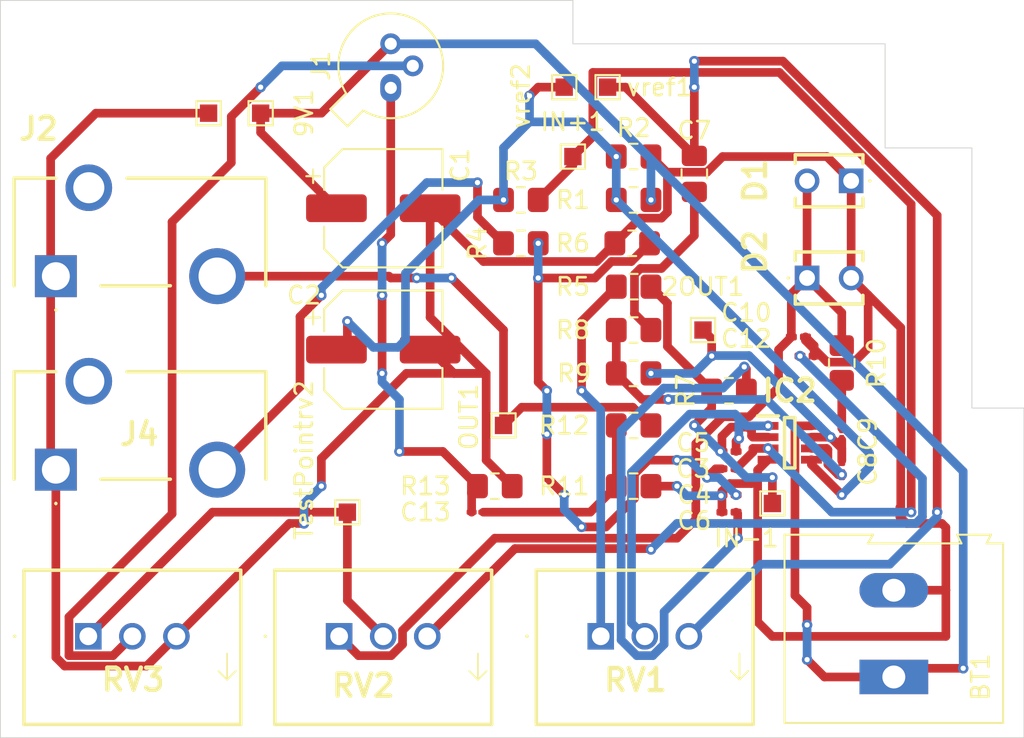
<source format=kicad_pcb>
(kicad_pcb (version 20240108) (generator "pcbnew") (generator_version "8.0")
  (layers (0 "F.Cu" signal) (31 "B.Cu" signal) (34 "B.Paste" user) (35 "F.Paste" user) (36 "B.SilkS" user "B.Silkscreen") (37 "F.SilkS" user "F.Silkscreen") (38 "B.Mask" user) (39 "F.Mask" user) (44 "Edge.Cuts" user))
  (net 0 "")
  (net 1 "Net-(IC2-2OUT)")
  (net 2 "9v")
  (net 3 "Earth")
  (net 4 "vref")
  (net 5 "Net-(C3-Pad1)")
  (net 6 "Net-(IC2-1IN+)")
  (net 7 "Net-(IC2-1IN-)")
  (net 8 "Net-(IC2-1OUT)")
  (net 9 "Net-(C6-Pad1)")
  (net 10 "Net-(C7-Pad2)")
  (net 11 "Net-(C7-Pad1)")
  (net 12 "Net-(IC2-2IN-)")
  (net 13 "Net-(C9-Pad2)")
  (net 14 "/out1")
  (net 15 "Net-(C12-Pad1)")
  (net 16 "Net-(J1-E)")
  (net 17 "Net-(C13-Pad2)")
  (net 18 "Net-(J1-B)")
  (net 20 "Net-(J2-TIP)")
  (net 21 "Net-(J4-TIP)")
  (net 23 "Net-(R5-Pad2)")
  (net 24 "Net-(RV2-Pad2)")
  (footprint "Capacitor_SMD:C_0201_0603Metric_Pad0.64x0.40mm_HandSolder" (layer "F.Cu") (at 181 91 180)
    (property "Reference" "C6" (at 2 -0.5 360) (layer "F.SilkS"))
    (property "Value" "47n" (hide yes))
    (pad "1" smd roundrect (at -0.4075 0 180) (size 0.635 0.4) (layers "F.Cu" "F.Mask") (net 9 "Net-(C6-Pad1)"))
    (pad "2" smd roundrect (at 0.4075 0 180) (size 0.635 0.4) (layers "F.Cu" "F.Mask") (net 3 "Earth"))
  )
  (footprint "Capacitor_SMD:CP_Elec_6.3x5.8" (layer "F.Cu") (at 161.07 73.479)
    (property "Reference" "C1" (at 4.43 -2.479 90) (layer "F.SilkS"))
    (property "Value" "47uF")
    (pad "1" smd roundrect (at -2.7 0) (size 3.5 1.6) (layers "F.Cu" "F.Paste" "F.Mask") (roundrect_rratio 0.15625) (net 2 "9v"))
    (pad "2" smd roundrect (at 2.7 0) (size 3.5 1.6) (layers "F.Cu" "F.Paste" "F.Mask") (roundrect_rratio 0.15625) (net 3 "Earth"))
  )
  (footprint "Resistor_SMD:R_0805_2012Metric_Pad1.20x1.40mm_HandSolder" (layer "F.Cu") (at 175.5 70.5)
    (property "Reference" "R2" (at 0 -1.65 360) (layer "F.SilkS"))
    (property "Value" "10k" (hide yes))
    (pad "1" smd roundrect (at -1 0) (size 1.2 1.4) (layers "F.Cu" "F.Paste" "F.Mask") (roundrect_rratio 0.208333) (net 4 "vref"))
    (pad "2" smd roundrect (at 1 0) (size 1.2 1.4) (layers "F.Cu" "F.Paste" "F.Mask") (roundrect_rratio 0.208333) (net 3 "Earth"))
  )
  (footprint "Capacitor_SMD:CP_Elec_6.3x5.8" (layer "F.Cu") (at 161.07 81.629)
    (property "Reference" "C2" (at -4.57 -3.129 360) (layer "F.SilkS"))
    (property "Value" "47uF")
    (pad "1" smd roundrect (at -2.7 0) (size 3.5 1.6) (layers "F.Cu" "F.Paste" "F.Mask") (roundrect_rratio 0.15625) (net 4 "vref"))
    (pad "2" smd roundrect (at 2.7 0) (size 3.5 1.6) (layers "F.Cu" "F.Paste" "F.Mask") (roundrect_rratio 0.15625) (net 3 "Earth"))
  )
  (footprint "TestPoint:TestPoint_Pad_1.0x1.0mm" (layer "F.Cu") (at 171.5 66.5)
    (property "Reference" "vref2" (at -2.5 0.5 90) (layer "F.SilkS"))
    (property "Value" "MountingHole_Pad" (hide yes))
    (pad "1" smd rect (at 0 0) (size 1 1) (layers "F.Cu" "F.Mask") (net 4 "vref"))
  )
  (footprint "TerminalBlock:TerminalBlock_Altech_AK300-2_P5.00mm" (layer "F.Cu") (at 190.5 100.5 90)
    (property "Reference" "BT1" (at 0 5 90) (layer "F.SilkS"))
    (property "Value" "9.6V")
    (pad "1" thru_hole rect (at 0 0 90) (size 1.98 3.96) (drill 1.32) (layers "*.Cu" "*.Mask") (net 2 "9v"))
    (pad "2" thru_hole oval (at 5 0 90) (size 1.98 3.96) (drill 1.32) (layers "*.Cu" "*.Mask") (net 3 "Earth"))
  )
  (footprint "Library:51CADE24E20L-SMALL" (layer "F.Cu") (at 144.065 98.155 -90)
    (property "Reference" "RV3" (at 2.5 -2.58 360) (layer "F.SilkS") (effects (font (size 1.27 1.27) (thickness 0.254))))
    (property "Value" "100k" (hide yes))
    (pad "1" thru_hole rect (at 0 0 270) (size 1.53 1.53) (drill 1.02) (layers "*.Cu" "*.Mask") (net 24 "Net-(RV2-Pad2)"))
    (pad "2" thru_hole circle (at 0 -2.54 270) (size 1.53 1.53) (drill 1.02) (layers "*.Cu" "*.Mask") (net 18 "Net-(J1-B)"))
    (pad "3" thru_hole circle (at 0 -5.08 270) (size 1.53 1.53) (drill 1.02) (layers "*.Cu" "*.Mask") (net 3 "Earth"))
  )
  (footprint "Resistor_SMD:R_0805_2012Metric_Pad1.20x1.40mm_HandSolder" (layer "F.Cu") (at 175.5 86 180)
    (property "Reference" "R12" (at 4 0 360) (layer "F.SilkS"))
    (property "Value" "220" (hide yes))
    (pad "1" smd roundrect (at -1 0 180) (size 1.2 1.4) (layers "F.Cu" "F.Paste" "F.Mask") (roundrect_rratio 0.208333) (net 20 "Net-(J2-TIP)"))
    (pad "2" smd roundrect (at 1 0 180) (size 1.2 1.4) (layers "F.Cu" "F.Paste" "F.Mask") (roundrect_rratio 0.208333) (net 17 "Net-(C13-Pad2)"))
  )
  (footprint "Resistor_SMD:R_0805_2012Metric_Pad1.20x1.40mm_HandSolder" (layer "F.Cu") (at 175.5 73 180)
    (property "Reference" "R1" (at 3.5 0 360) (layer "F.SilkS"))
    (property "Value" "10k" (hide yes))
    (pad "1" smd roundrect (at -1 0 180) (size 1.2 1.4) (layers "F.Cu" "F.Paste" "F.Mask") (roundrect_rratio 0.208333) (net 2 "9v"))
    (pad "2" smd roundrect (at 1 0 180) (size 1.2 1.4) (layers "F.Cu" "F.Paste" "F.Mask") (roundrect_rratio 0.208333) (net 4 "vref"))
  )
  (footprint "Library:SJ335083ATR-SMALL" (layer "F.Cu") (at 142.195 88.55)
    (property "Reference" "J4" (at 4.805 -2.05 360) (layer "F.SilkS") (effects (font (size 1.27 1.27) (thickness 0.254))))
    (property "Value" "SJ3-35083A-TR" (hide yes))
    (pad "" np_thru_hole circle (at 1.1 -2.55) (size 1.8 1.8) (drill 1.8) (layers "*.Cu" "*.Mask"))
    (pad "" np_thru_hole circle (at 8.1 -2.55) (size 1.8 1.8) (drill 1.8) (layers "*.Cu" "*.Mask"))
    (pad "1" thru_hole rect (at 0 0) (size 2.415 2.415) (drill 1.61) (layers "*.Cu" "*.Mask") (net 3 "Earth"))
    (pad "2" thru_hole circle (at 9.3 0) (size 3.225 3.225) (drill 2.15) (layers "*.Cu" "*.Mask") (net 21 "Net-(J4-TIP)"))
    (pad "5" thru_hole circle (at 1.9 -5.1) (size 2.685 2.685) (drill 1.79) (layers "*.Cu" "*.Mask"))
  )
  (footprint "Resistor_SMD:R_0805_2012Metric_Pad1.20x1.40mm_HandSolder" (layer "F.Cu") (at 175.5 80.5 180)
    (property "Reference" "R8" (at 3.5 0 360) (layer "F.SilkS"))
    (property "Value" "10k" (hide yes))
    (pad "1" smd roundrect (at -1 0 180) (size 1.2 1.4) (layers "F.Cu" "F.Paste" "F.Mask") (roundrect_rratio 0.208333) (net 10 "Net-(C7-Pad2)"))
    (pad "2" smd roundrect (at 1 0 180) (size 1.2 1.4) (layers "F.Cu" "F.Paste" "F.Mask") (roundrect_rratio 0.208333) (net 12 "Net-(IC2-2IN-)"))
  )
  (footprint "Library:C4SMARGYCS4V1BB1" (layer "F.Cu") (at 185.5 77.5)
    (property "Reference" "D2" (at -3 -1.5 90) (layer "F.SilkS") (effects (font (size 1.27 1.27) (thickness 0.254))))
    (property "Value" "LED" (hide yes))
    (pad "1" thru_hole rect (at 0 0) (size 1.416 1.416) (drill 0.91) (layers "*.Cu" "*.Mask") (net 14 "/out1"))
    (pad "2" thru_hole circle (at 2.54 0) (size 1.416 1.416) (drill 0.91) (layers "*.Cu" "*.Mask") (net 3 "Earth"))
  )
  (footprint "TestPoint:TestPoint_Pad_1.0x1.0mm" (layer "F.Cu") (at 174 66.5)
    (property "Reference" "vref1" (at 3 0 180) (layer "F.SilkS"))
    (property "Value" "MountingHole_Pad" (hide yes))
    (pad "1" smd rect (at 0 0) (size 1 1) (layers "F.Cu" "F.Mask") (net 11 "Net-(C7-Pad1)"))
  )
  (footprint "Resistor_SMD:R_0805_2012Metric_Pad1.20x1.40mm_HandSolder" (layer "F.Cu") (at 169 75.5)
    (property "Reference" "R4" (at -2.5 0 90) (layer "F.SilkS"))
    (property "Value" "10k" (hide yes))
    (pad "1" smd roundrect (at -1 0) (size 1.2 1.4) (layers "F.Cu" "F.Paste" "F.Mask") (roundrect_rratio 0.208333) (net 21 "Net-(J4-TIP)"))
    (pad "2" smd roundrect (at 1 0) (size 1.2 1.4) (layers "F.Cu" "F.Paste" "F.Mask") (roundrect_rratio 0.208333) (net 5 "Net-(C3-Pad1)"))
  )
  (footprint "Resistor_SMD:R_0805_2012Metric_Pad1.20x1.40mm_HandSolder" (layer "F.Cu") (at 175.5 78 180)
    (property "Reference" "R5" (at 3.5 0 360) (layer "F.SilkS"))
    (property "Value" "2.2k" (hide yes))
    (pad "1" smd roundrect (at -1 0 180) (size 1.2 1.4) (layers "F.Cu" "F.Paste" "F.Mask") (roundrect_rratio 0.208333) (net 7 "Net-(IC2-1IN-)"))
    (pad "2" smd roundrect (at 1 0 180) (size 1.2 1.4) (layers "F.Cu" "F.Paste" "F.Mask") (roundrect_rratio 0.208333) (net 23 "Net-(R5-Pad2)"))
  )
  (footprint "Capacitor_SMD:C_0201_0603Metric_Pad0.64x0.40mm_HandSolder" (layer "F.Cu") (at 185 80.9)
    (property "Reference" "C10" (at -3 -1.4 360) (layer "F.SilkS"))
    (property "Value" "22n" (hide yes))
    (pad "1" smd roundrect (at -0.4075 0) (size 0.635 0.4) (layers "F.Cu" "F.Mask") (net 14 "/out1"))
    (pad "2" smd roundrect (at 0.4075 0) (size 0.635 0.4) (layers "F.Cu" "F.Mask") (net 3 "Earth"))
  )
  (footprint "Capacitor_SMD:C_0201_0603Metric_Pad0.64x0.40mm_HandSolder" (layer "F.Cu") (at 181 88.5)
    (property "Reference" "C3" (at -2.0675 0 360) (layer "F.SilkS"))
    (property "Value" "22n" (hide yes))
    (pad "1" smd roundrect (at -0.4075 0) (size 0.635 0.4) (layers "F.Cu" "F.Mask") (net 5 "Net-(C3-Pad1)"))
    (pad "2" smd roundrect (at 0.4075 0) (size 0.635 0.4) (layers "F.Cu" "F.Mask") (net 6 "Net-(IC2-1IN+)"))
  )
  (footprint "Resistor_SMD:R_0805_2012Metric_Pad1.20x1.40mm_HandSolder" (layer "F.Cu") (at 167.5 89.5 180)
    (property "Reference" "R11" (at -4 0 360) (layer "F.SilkS"))
    (property "Value" "10k" (hide yes))
    (pad "1" smd roundrect (at -1 0 180) (size 1.2 1.4) (layers "F.Cu" "F.Paste" "F.Mask") (roundrect_rratio 0.208333) (net 3 "Earth"))
    (pad "2" smd roundrect (at 1 0 180) (size 1.2 1.4) (layers "F.Cu" "F.Paste" "F.Mask") (roundrect_rratio 0.208333) (net 16 "Net-(J1-E)"))
  )
  (footprint "TestPoint:TestPoint_Pad_1.0x1.0mm" (layer "F.Cu") (at 172 70.5)
    (property "Reference" "IN+1" (at 0 -2 360) (layer "F.SilkS"))
    (property "Value" "MountingHole_Pad" (hide yes))
    (pad "1" smd rect (at 0 0) (size 1 1) (layers "F.Cu" "F.Mask") (net 6 "Net-(IC2-1IN+)"))
  )
  (footprint "Capacitor_SMD:C_0201_0603Metric_Pad0.64x0.40mm_HandSolder" (layer "F.Cu") (at 181 87.5)
    (property "Reference" "C5" (at -2.0675 -0.5 360) (layer "F.SilkS"))
    (property "Value" "50p" (hide yes))
    (pad "1" smd roundrect (at -0.4075 0) (size 0.635 0.4) (layers "F.Cu" "F.Mask") (net 7 "Net-(IC2-1IN-)"))
    (pad "2" smd roundrect (at 0.4075 0) (size 0.635 0.4) (layers "F.Cu" "F.Mask") (net 8 "Net-(IC2-1OUT)"))
  )
  (footprint "TestPoint:TestPoint_Pad_1.0x1.0mm" (layer "F.Cu") (at 179.5 80.5)
    (property "Reference" "2OUT1" (at 0 -2.5 360) (layer "F.SilkS"))
    (property "Value" "MountingHole_Pad" (hide yes))
    (pad "1" smd rect (at 0 0) (size 1 1) (layers "F.Cu" "F.Mask") (net 1 "Net-(IC2-2OUT)"))
  )
  (footprint "Capacitor_SMD:C_0201_0603Metric_Pad0.64x0.40mm_HandSolder" (layer "F.Cu") (at 187.5 88.4325 90)
    (property "Reference" "C8" (at -0.0675 1.5 90) (layer "F.SilkS"))
    (property "Value" "100p" (hide yes))
    (pad "1" smd roundrect (at -0.4075 0 90) (size 0.635 0.4) (layers "F.Cu" "F.Mask") (net 12 "Net-(IC2-2IN-)"))
    (pad "2" smd roundrect (at 0.4075 0 90) (size 0.635 0.4) (layers "F.Cu" "F.Mask") (net 1 "Net-(IC2-2OUT)"))
  )
  (footprint "TestPoint:TestPoint_Pad_1.0x1.0mm" (layer "F.Cu") (at 159 91)
    (property "Reference" "TestPointrv2" (at -2.5 -3 90) (layer "F.SilkS"))
    (property "Value" "MountingHole_Pad" (hide yes))
    (pad "1" smd rect (at 0 0) (size 1 1) (layers "F.Cu" "F.Mask") (net 24 "Net-(RV2-Pad2)"))
  )
  (footprint "TestPoint:TestPoint_Pad_1.0x1.0mm" (layer "F.Cu") (at 154 68)
    (property "Reference" "9V1" (at 2.5 0 90) (layer "F.SilkS"))
    (property "Value" "MountingHole_Pad" (hide yes))
    (pad "1" smd rect (at 0 0) (size 1 1) (layers "F.Cu" "F.Mask") (net 2 "9v"))
  )
  (footprint "Resistor_SMD:R_0805_2012Metric_Pad1.20x1.40mm_HandSolder" (layer "F.Cu") (at 181 84 180)
    (property "Reference" "R7" (at 2.5 0 90) (layer "F.SilkS"))
    (property "Value" "4.7k" (hide yes))
    (pad "1" smd roundrect (at -1 0 180) (size 1.2 1.4) (layers "F.Cu" "F.Paste" "F.Mask") (roundrect_rratio 0.208333) (net 9 "Net-(C6-Pad1)"))
    (pad "2" smd roundrect (at 1 0 180) (size 1.2 1.4) (layers "F.Cu" "F.Paste" "F.Mask") (roundrect_rratio 0.208333) (net 7 "Net-(IC2-1IN-)"))
  )
  (footprint "TestPoint:TestPoint_Pad_1.0x1.0mm" (layer "F.Cu") (at 183.5 90.5)
    (property "Reference" "IN-1" (at -1.5 2 360) (layer "F.SilkS"))
    (property "Value" "MountingHole_Pad" (hide yes))
    (pad "1" smd rect (at 0 0) (size 1 1) (layers "F.Cu" "F.Mask") (net 7 "Net-(IC2-1IN-)"))
  )
  (footprint "Package_TO_SOT_THT:TO-18-3" (layer "F.Cu") (at 161.5 66.54 90)
    (property "Reference" "J1" (at 1.27 -4.02 90) (layer "F.SilkS"))
    (property "Value" "J201")
    (pad "1" thru_hole oval (at 0 0 90) (size 1.6 1.2) (drill 0.7) (layers "*.Cu" "*.Mask") (net 16 "Net-(J1-E)"))
    (pad "2" thru_hole oval (at 1.27 1.27 90) (size 1.2 1.2) (drill 0.7) (layers "*.Cu" "*.Mask") (net 18 "Net-(J1-B)"))
    (pad "3" thru_hole oval (at 2.54 0 90) (size 1.2 1.2) (drill 0.7) (layers "*.Cu" "*.Mask") (net 2 "9v"))
  )
  (footprint "Library:C4SMARGYCS4V1BB1" (layer "F.Cu") (at 188.04 71.9 180)
    (property "Reference" "D1" (at 5.54 0 90) (layer "F.SilkS") (effects (font (size 1.27 1.27) (thickness 0.254))))
    (property "Value" "LED" (hide yes))
    (pad "1" thru_hole rect (at 0 0 180) (size 1.416 1.416) (drill 0.91) (layers "*.Cu" "*.Mask") (net 3 "Earth"))
    (pad "2" thru_hole circle (at 2.54 0 180) (size 1.416 1.416) (drill 0.91) (layers "*.Cu" "*.Mask") (net 14 "/out1"))
  )
  (footprint "Resistor_SMD:R_0805_2012Metric_Pad1.20x1.40mm_HandSolder" (layer "F.Cu") (at 169 73)
    (property "Reference" "R3" (at 0 -1.65 360) (layer "F.SilkS"))
    (property "Value" "1M" (hide yes))
    (pad "1" smd roundrect (at -1 0) (size 1.2 1.4) (layers "F.Cu" "F.Paste" "F.Mask") (roundrect_rratio 0.208333) (net 4 "vref"))
    (pad "2" smd roundrect (at 1 0) (size 1.2 1.4) (layers "F.Cu" "F.Paste" "F.Mask") (roundrect_rratio 0.208333) (net 6 "Net-(IC2-1IN+)"))
  )
  (footprint "Capacitor_SMD:C_0201_0603Metric_Pad0.64x0.40mm_HandSolder" (layer "F.Cu") (at 181 90)
    (property "Reference" "C4" (at -2 0 360) (layer "F.SilkS"))
    (property "Value" "100p" (hide yes))
    (pad "1" smd roundrect (at -0.4075 0) (size 0.635 0.4) (layers "F.Cu" "F.Mask") (net 3 "Earth"))
    (pad "2" smd roundrect (at 0.4075 0) (size 0.635 0.4) (layers "F.Cu" "F.Mask") (net 5 "Net-(C3-Pad1)"))
  )
  (footprint "Capacitor_SMD:C_01005_0402Metric_Pad0.57x0.30mm_HandSolder" (layer "F.Cu") (at 187.5 86.5 90)
    (property "Reference" "C9" (at 0 1.5 90) (layer "F.SilkS"))
    (property "Value" "1u" (hide yes))
    (pad "1" smd roundrect (at -0.3375 0 90) (size 0.575 0.3) (layers "F.Cu" "F.Mask") (net 1 "Net-(IC2-2OUT)"))
    (pad "2" smd roundrect (at 0.3375 0 90) (size 0.575 0.3) (layers "F.Cu" "F.Mask") (net 13 "Net-(C9-Pad2)"))
  )
  (footprint "Resistor_SMD:R_0805_2012Metric_Pad1.20x1.40mm_HandSolder" (layer "F.Cu") (at 175.5 89.5)
    (property "Reference" "R13" (at -12 0 360) (layer "F.SilkS"))
    (property "Value" "10k" (hide yes))
    (pad "1" smd roundrect (at -1 0) (size 1.2 1.4) (layers "F.Cu" "F.Paste" "F.Mask") (roundrect_rratio 0.208333) (net 17 "Net-(C13-Pad2)"))
    (pad "2" smd roundrect (at 1 0) (size 1.2 1.4) (layers "F.Cu" "F.Paste" "F.Mask") (roundrect_rratio 0.208333) (net 3 "Earth"))
  )
  (footprint "TestPoint:TestPoint_Pad_1.0x1.0mm" (layer "F.Cu") (at 151 68)
    (property "Reference" "GND1" (hide yes))
    (property "Value" "MountingHole_Pad" (hide yes))
    (pad "1" smd rect (at 0 0) (size 1 1) (layers "F.Cu" "F.Mask") (net 3 "Earth"))
  )
  (footprint "Resistor_SMD:R_0805_2012Metric_Pad1.20x1.40mm_HandSolder" (layer "F.Cu") (at 175.42 75.5 180)
    (property "Reference" "R6" (at 3.42 0 360) (layer "F.SilkS"))
    (property "Value" "1M" (hide yes))
    (pad "1" smd roundrect (at -1 0 180) (size 1.2 1.4) (layers "F.Cu" "F.Paste" "F.Mask") (roundrect_rratio 0.208333) (net 5 "Net-(C3-Pad1)"))
    (pad "2" smd roundrect (at 1 0 180) (size 1.2 1.4) (layers "F.Cu" "F.Paste" "F.Mask") (roundrect_rratio 0.208333) (net 3 "Earth"))
  )
  (footprint "Resistor_SMD:R_0805_2012Metric_Pad1.20x1.40mm_HandSolder" (layer "F.Cu") (at 187.5 82.4 90)
    (property "Reference" "R10" (at 0 2 90) (layer "F.SilkS"))
    (property "Value" "1k" (hide yes))
    (pad "1" smd roundrect (at -1 0 90) (size 1.2 1.4) (layers "F.Cu" "F.Paste" "F.Mask") (roundrect_rratio 0.208333) (net 13 "Net-(C9-Pad2)"))
    (pad "2" smd roundrect (at 1 0 90) (size 1.2 1.4) (layers "F.Cu" "F.Paste" "F.Mask") (roundrect_rratio 0.208333) (net 14 "/out1"))
  )
  (footprint "Capacitor_SMD:C_01005_0402Metric_Pad0.57x0.30mm_HandSolder" (layer "F.Cu") (at 166.5 91)
    (property "Reference" "C13" (at -3 0 360) (layer "F.SilkS"))
    (property "Value" "1u" (hide yes))
    (pad "1" smd roundrect (at -0.3375 0) (size 0.575 0.3) (layers "F.Cu" "F.Mask") (net 16 "Net-(J1-E)"))
    (pad "2" smd roundrect (at 0.3375 0) (size 0.575 0.3) (layers "F.Cu" "F.Mask") (net 17 "Net-(C13-Pad2)"))
  )
  (footprint "Library:SOT65P280X110-8N" (layer "F.Cu") (at 184.5 87)
    (property "Reference" "IC2" (at 0 -3 360) (layer "F.SilkS") (effects (font (size 1.27 1.27) (thickness 0.254))))
    (property "Value" "TL072HIDDFR" (hide yes))
    (pad "1" smd rect (at -1.25 -0.975 90) (size 0.45 1.2) (layers "F.Cu" "F.Paste" "F.Mask") (net 8 "Net-(IC2-1OUT)"))
    (pad "2" smd rect (at -1.25 -0.325 90) (size 0.45 1.2) (layers "F.Cu" "F.Paste" "F.Mask") (net 7 "Net-(IC2-1IN-)"))
    (pad "3" smd rect (at -1.25 0.325 90) (size 0.45 1.2) (layers "F.Cu" "F.Paste" "F.Mask") (net 6 "Net-(IC2-1IN+)"))
    (pad "4" smd rect (at -1.25 0.975 90) (size 0.45 1.2) (layers "F.Cu" "F.Paste" "F.Mask") (net 3 "Earth"))
    (pad "5" smd rect (at 1.25 0.975 90) (size 0.45 1.2) (layers "F.Cu" "F.Paste" "F.Mask") (net 4 "vref"))
    (pad "6" smd rect (at 1.25 0.325 90) (size 0.45 1.2) (layers "F.Cu" "F.Paste" "F.Mask") (net 12 "Net-(IC2-2IN-)"))
    (pad "7" smd rect (at 1.25 -0.325 90) (size 0.45 1.2) (layers "F.Cu" "F.Paste" "F.Mask") (net 1 "Net-(IC2-2OUT)"))
    (pad "8" smd rect (at 1.25 -0.975 90) (size 0.45 1.2) (layers "F.Cu" "F.Paste" "F.Mask") (net 2 "9v"))
  )
  (footprint "Library:SJ335083ATR-SMALL" (layer "F.Cu") (at 142.195 77.396)
    (property "Reference" "J2" (at -1 -8.5 360) (layer "F.SilkS") (effects (font (size 1.27 1.27) (thickness 0.254))))
    (property "Value" "SJ3-35083A-TR" (hide yes))
    (pad "" np_thru_hole circle (at 1.1 -2.55) (size 1.8 1.8) (drill 1.8) (layers "*.Cu" "*.Mask"))
    (pad "" np_thru_hole circle (at 8.1 -2.55) (size 1.8 1.8) (drill 1.8) (layers "*.Cu" "*.Mask"))
    (pad "1" thru_hole rect (at 0 0) (size 2.415 2.415) (drill 1.61) (layers "*.Cu" "*.Mask") (net 3 "Earth"))
    (pad "2" thru_hole circle (at 9.3 0) (size 3.225 3.225) (drill 2.15) (layers "*.Cu" "*.Mask") (net 20 "Net-(J2-TIP)"))
    (pad "5" thru_hole circle (at 1.9 -5.1) (size 2.685 2.685) (drill 1.79) (layers "*.Cu" "*.Mask"))
  )
  (footprint "TestPoint:TestPoint_Pad_1.0x1.0mm" (layer "F.Cu") (at 168 86)
    (property "Reference" "OUT1" (at -2 -0.5 90) (layer "F.SilkS"))
    (property "Value" "MountingHole_Pad" (hide yes))
    (pad "1" smd rect (at 0 0) (size 1 1) (layers "F.Cu" "F.Mask") (net 20 "Net-(J2-TIP)"))
  )
  (footprint "Capacitor_SMD:C_0201_0603Metric_Pad0.64x0.40mm_HandSolder" (layer "F.Cu") (at 185.5 82)
    (property "Reference" "C12" (at -3.5 -1 360) (layer "F.SilkS"))
    (property "Value" "22n" (hide yes))
    (pad "1" smd roundrect (at -0.4075 0) (size 0.635 0.4) (layers "F.Cu" "F.Mask") (net 15 "Net-(C12-Pad1)"))
    (pad "2" smd roundrect (at 0.4075 0) (size 0.635 0.4) (layers "F.Cu" "F.Mask") (net 3 "Earth"))
  )
  (footprint "Library:51CADE24E20L-SMALL" (layer "F.Cu") (at 173.605 98.155 -90)
    (property "Reference" "RV1" (at 2.525 -2.005 360) (layer "F.SilkS") (effects (font (size 1.27 1.27) (thickness 0.254))))
    (property "Value" "100k" (hide yes))
    (pad "1" thru_hole rect (at 0 0 270) (size 1.53 1.53) (drill 1.02) (layers "*.Cu" "*.Mask") (net 23 "Net-(R5-Pad2)"))
    (pad "2" thru_hole circle (at 0 -2.54 270) (size 1.53 1.53) (drill 1.02) (layers "*.Cu" "*.Mask") (net 8 "Net-(IC2-1OUT)"))
    (pad "3" thru_hole circle (at 0 -5.08 270) (size 1.53 1.53) (drill 1.02) (layers "*.Cu" "*.Mask") (net 11 "Net-(C7-Pad1)"))
  )
  (footprint "Resistor_SMD:R_0805_2012Metric_Pad1.20x1.40mm_HandSolder" (layer "F.Cu") (at 175.5 83 180)
    (property "Reference" "R9" (at 3.42 0 360) (layer "F.SilkS"))
    (property "Value" "680k" (hide yes))
    (pad "1" smd roundrect (at -1 0 180) (size 1.2 1.4) (layers "F.Cu" "F.Paste" "F.Mask") (roundrect_rratio 0.208333) (net 1 "Net-(IC2-2OUT)"))
    (pad "2" smd roundrect (at 1 0 180) (size 1.2 1.4) (layers "F.Cu" "F.Paste" "F.Mask") (roundrect_rratio 0.208333) (net 12 "Net-(IC2-2IN-)"))
  )
  (footprint "Library:51CADE24E20L-SMALL" (layer "F.Cu") (at 158.525 98.155 -90)
    (property "Reference" "RV2" (at 2.845 -1.395 360) (layer "F.SilkS") (effects (font (size 1.27 1.27) (thickness 0.254))))
    (property "Value" "10k" (hide yes))
    (pad "1" thru_hole rect (at 0 0 270) (size 1.53 1.53) (drill 1.02) (layers "*.Cu" "*.Mask") (net 14 "/out1"))
    (pad "2" thru_hole circle (at 0 -2.54 270) (size 1.53 1.53) (drill 1.02) (layers "*.Cu" "*.Mask") (net 24 "Net-(RV2-Pad2)"))
    (pad "3" thru_hole circle (at 0 -5.08 270) (size 1.53 1.53) (drill 1.02) (layers "*.Cu" "*.Mask") (net 15 "Net-(C12-Pad1)"))
  )
  (footprint "Capacitor_SMD:C_0805_2012Metric_Pad1.18x1.45mm_HandSolder" (layer "F.Cu") (at 179 71.5 -90)
    (property "Reference" "C7" (at -2.5 0 180) (layer "F.SilkS"))
    (property "Value" "680n" (hide yes))
    (pad "1" smd roundrect (at -1.0375 0 270) (size 1.175 1.45) (layers "F.Cu" "F.Paste" "F.Mask") (roundrect_rratio 0.212766) (net 11 "Net-(C7-Pad1)"))
    (pad "2" smd roundrect (at 1.0375 0 270) (size 1.175 1.45) (layers "F.Cu" "F.Paste" "F.Mask") (roundrect_rratio 0.212766) (net 10 "Net-(C7-Pad2)"))
  )
  (gr_line (start 172 61.5) (end 139 61.5) (stroke (width 0.05)) (layer "Edge.Cuts"))
  (gr_line (start 190 64) (end 172 64) (stroke (width 0.05)) (layer "Edge.Cuts"))
  (gr_line (start 190 70) (end 190 64) (stroke (width 0.05)) (layer "Edge.Cuts"))
  (gr_line (start 139 61.5) (end 139 104) (stroke (width 0.05)) (layer "Edge.Cuts"))
  (gr_line (start 172 64) (end 172 61.5) (stroke (width 0.05)) (layer "Edge.Cuts"))
  (gr_line (start 198 104) (end 139 104) (stroke (width 0.05)) (layer "Edge.Cuts"))
  (gr_line (start 195 85) (end 195 70) (stroke (width 0.05)) (layer "Edge.Cuts"))
  (gr_line (start 198 104) (end 198 85) (stroke (width 0.05)) (layer "Edge.Cuts"))
  (gr_line (start 195 70) (end 190 70) (stroke (width 0.05)) (layer "Edge.Cuts"))
  (gr_line (start 198 85) (end 195 85) (stroke (width 0.05)) (layer "Edge.Cuts"))
  (segment (start 186.85 86.675) (end 185.75 86.675) (width 0.5) (layer "F.Cu") (net 1))
  (segment (start 187.5 87.325) (end 186.85 86.675) (width 0.5) (layer "F.Cu") (net 1))
  (segment (start 187.5 86.8375) (end 187.5 88.025) (width 0.5) (layer "F.Cu") (net 1))
  (segment (start 187.5 88.025) (end 187.5 87.325) (width 0.5) (layer "F.Cu") (net 1))
  (segment (start 180 81) (end 179.5 80.5) (width 0.5) (layer "F.Cu") (net 1))
  (segment (start 180 82) (end 180 81) (width 0.5) (layer "F.Cu") (net 1))
  (via (at 176.5 83) (size 0.6) (drill 0.3) (layers "F.Cu" "B.Cu") (net 1))
  (via (at 180 82) (size 0.6) (drill 0.3) (layers "F.Cu" "B.Cu") (net 1))
  (via (at 186.85 86.675) (size 0.6) (drill 0.3) (layers "F.Cu" "B.Cu") (net 1))
  (segment (start 180.02788 81.97212) (end 182.14712 81.97212) (width 0.5) (layer "B.Cu") (net 1))
  (segment (start 179 83) (end 176.5 83) (width 0.5) (layer "B.Cu") (net 1))
  (segment (start 180 82) (end 180.02788 81.97212) (width 0.5) (layer "B.Cu") (net 1))
  (segment (start 182.14712 81.97212) (end 186.85 86.675) (width 0.5) (layer "B.Cu") (net 1))
  (segment (start 180 82) (end 179 83) (width 0.5) (layer "B.Cu") (net 1))
  (segment (start 185.5 96.5) (end 184.8 95.8) (width 0.5) (layer "F.Cu") (net 2))
  (segment (start 185.75 86.025) (end 184.875 86.025) (width 0.5) (layer "F.Cu") (net 2))
  (segment (start 154 69.109) (end 154 68) (width 0.5) (layer "F.Cu") (net 2))
  (segment (start 158.37 73.479) (end 154 69.109) (width 0.5) (layer "F.Cu") (net 2))
  (segment (start 184.875 86.025) (end 184.8 86.1) (width 0.5) (layer "F.Cu") (net 2))
  (segment (start 185.5 97.5) (end 185.5 96.5) (width 0.5) (layer "F.Cu") (net 2))
  (segment (start 184.8 86.1) (end 184.8 95.8) (width 0.5) (layer "F.Cu") (net 2))
  (segment (start 154 68) (end 157.5 68) (width 0.5) (layer "F.Cu") (net 2))
  (segment (start 190.5 100.5) (end 186.5 100.5) (width 0.5) (layer "F.Cu") (net 2))
  (segment (start 186.5 100.5) (end 185.5 99.5) (width 0.5) (layer "F.Cu") (net 2))
  (segment (start 194.5 100) (end 191 100) (width 0.5) (layer "F.Cu") (net 2))
  (segment (start 191 100) (end 190.5 100.5) (width 0.5) (layer "F.Cu") (net 2))
  (segment (start 157.5 68) (end 161.5 64) (width 0.5) (layer "F.Cu") (net 2))
  (via (at 176.5 73) (size 0.6) (drill 0.3) (layers "F.Cu" "B.Cu") (net 2))
  (via (at 185.5 97.5) (size 0.6) (drill 0.3) (layers "F.Cu" "B.Cu") (net 2))
  (via (at 194.5 100) (size 0.6) (drill 0.3) (layers "F.Cu" "B.Cu") (net 2))
  (via (at 185.5 99.5) (size 0.6) (drill 0.3) (layers "F.Cu" "B.Cu") (net 2))
  (segment (start 169.848528 64) (end 170.424264 64.575736) (width 0.5) (layer "B.Cu") (net 2))
  (segment (start 170.424264 64.575736) (end 176.5 70.651472) (width 0.5) (layer "B.Cu") (net 2))
  (segment (start 170.424264 64.575736) (end 194.5 88.651472) (width 0.5) (layer "B.Cu") (net 2))
  (segment (start 185.5 99.5) (end 185.5 97.5) (width 0.5) (layer "B.Cu") (net 2))
  (segment (start 161.5 64) (end 169.848528 64) (width 0.5) (layer "B.Cu") (net 2))
  (segment (start 194.5 88.651472) (end 194.5 100) (width 0.5) (layer "B.Cu") (net 2))
  (segment (start 176.5 70.651472) (end 176.5 73) (width 0.5) (layer "B.Cu") (net 2))
  (segment (start 188.205456 82.35) (end 189.02 81.535456) (width 0.5) (layer "F.Cu") (net 3))
  (segment (start 163.77 79.77) (end 167 83) (width 0.5) (layer "F.Cu") (net 3))
  (segment (start 185.4075 81.099999) (end 186.657501 82.35) (width 0.5) (layer "F.Cu") (net 3))
  (segment (start 142.195 77.396) (end 141.895 77.096) (width 0.5) (layer "F.Cu") (net 3))
  (segment (start 176.5 70.5) (end 177.45 71.45) (width 0.5) (layer "F.Cu") (net 3))
  (segment (start 180.5925 90) (end 180.5925 89.800001) (width 0.5) (layer "F.Cu") (net 3))
  (segment (start 142.701472 99.87) (end 142.195 99.363528) (width 0.5) (layer "F.Cu") (net 3))
  (segment (start 190.9 80.36) (end 190.9 90.680761) (width 0.5) (layer "F.Cu") (net 3))
  (segment (start 186.657501 82.35) (end 188.205456 82.35) (width 0.5) (layer "F.Cu") (net 3))
  (segment (start 149.145 98.155) (end 147.43 99.87) (width 0.5) (layer "F.Cu") (net 3))
  (segment (start 149.145 98.155) (end 155.65 91.65) (width 0.5) (layer "F.Cu") (net 3))
  (segment (start 167 83) (end 167 88) (width 0.5) (layer "F.Cu") (net 3))
  (segment (start 188.04 77.5) (end 188.04 71.9) (width 0.5) (layer "F.Cu") (net 3))
  (segment (start 180.5925 91) (end 180.5925 90) (width 0.5) (layer "F.Cu") (net 3))
  (segment (start 190.85 91.269239) (end 191.230761 91.65) (width 0.5) (layer "F.Cu") (net 3))
  (segment (start 162.399 83) (end 157.5 87.899) (width 0.5) (layer "F.Cu") (net 3))
  (segment (start 190.85 90.730761) (end 190.85 91.269239) (width 0.5) (layer "F.Cu") (net 3))
  (segment (start 165.141 83) (end 163.77 81.629) (width 0.5) (layer "F.Cu") (net 3))
  (segment (start 144.5 68) (end 151 68) (width 0.5) (layer "F.Cu") (net 3))
  (segment (start 193.5 91.880761) (end 193.5 95.5) (width 0.5) (layer "F.Cu") (net 3))
  (segment (start 142.195 88.55) (end 141.895 88.25) (width 0.5) (layer "F.Cu") (net 3))
  (segment (start 180.5925 89.800001) (end 181.042501 89.35) (width 0.5) (layer "F.Cu") (net 3))
  (segment (start 177.45 73.705456) (end 177.105456 74.05) (width 0.5) (layer "F.Cu") (net 3))
  (segment (start 182.65 89) (end 182.65 88.575) (width 0.5) (layer "F.Cu") (net 3))
  (segment (start 176.5 89.5) (end 178 89.5) (width 0.5) (layer "F.Cu") (net 3))
  (segment (start 177.45 71.45) (end 177.45 73.705456) (width 0.5) (layer "F.Cu") (net 3))
  (segment (start 177.4 71.4) (end 176.5 70.5) (width 0.5) (layer "F.Cu") (net 3))
  (segment (start 188.04 71.9) (end 186.64 70.5) (width 0.5) (layer "F.Cu") (net 3))
  (segment (start 182.65 97.32) (end 182.65 89) (width 0.5) (layer "F.Cu") (net 3))
  (segment (start 177.105456 74.05) (end 175.87 74.05) (width 0.5) (layer "F.Cu") (net 3))
  (segment (start 174.42 75.5) (end 173.37 76.55) (width 0.5) (layer "F.Cu") (net 3))
  (segment (start 167 88) (end 168.5 89.5) (width 0.5) (layer "F.Cu") (net 3))
  (segment (start 141.895 77.696) (end 142.195 77.396) (width 0.5) (layer "F.Cu") (net 3))
  (segment (start 157.5 87.899) (end 157.5 89.5) (width 0.5) (layer "F.Cu") (net 3))
  (segment (start 189.02 78.48) (end 188.04 77.5) (width 0.5) (layer "F.Cu") (net 3))
  (segment (start 179.730456 71.4) (end 177.4 71.4) (width 0.5) (layer "F.Cu") (net 3))
  (segment (start 185.4075 80.9) (end 185.4075 81.099999) (width 0.5) (layer "F.Cu") (net 3))
  (segment (start 189.02 81.535456) (end 189.02 78.48) (width 0.5) (layer "F.Cu") (net 3))
  (segment (start 155.65 91.65) (end 156.5 91.65) (width 0.5) (layer "F.Cu") (net 3))
  (segment (start 193.269239 91.65) (end 193.5 91.880761) (width 0.5) (layer "F.Cu") (net 3))
  (segment (start 193.5 98.16) (end 183.49 98.16) (width 0.5) (layer "F.Cu") (net 3))
  (segment (start 189.02 78.48) (end 190.9 80.36) (width 0.5) (layer "F.Cu") (net 3))
  (segment (start 175.87 74.05) (end 174.42 75.5) (width 0.5) (layer "F.Cu") (net 3))
  (segment (start 186.64 70.5) (end 180.630456 70.5) (width 0.5) (layer "F.Cu") (net 3))
  (segment (start 182.65 88.575) (end 183.25 87.975) (width 0.5) (layer "F.Cu") (net 3))
  (segment (start 181.042501 89.35) (end 182.3 89.35) (width 0.5) (layer "F.Cu") (net 3))
  (segment (start 147.43 99.87) (end 142.701472 99.87) (width 0.5) (layer "F.Cu") (net 3))
  (segment (start 185.9075 82) (end 185.9075 81.4) (width 0.5) (layer "F.Cu") (net 3))
  (segment (start 167 83) (end 162.399 83) (width 0.5) (layer "F.Cu") (net 3))
  (segment (start 182.3 89.35) (end 182.65 89) (width 0.5) (layer "F.Cu") (net 3))
  (segment (start 193.5 95.5) (end 193.5 98.16) (width 0.5) (layer "F.Cu") (net 3))
  (segment (start 141.895 77.096) (end 141.895 70.605) (width 0.5) (layer "F.Cu") (net 3))
  (segment (start 142.195 99.363528) (end 142.195 88.55) (width 0.5) (layer "F.Cu") (net 3))
  (segment (start 191.230761 91.65) (end 193.269239 91.65) (width 0.5) (layer "F.Cu") (net 3))
  (segment (start 141.895 88.25) (end 141.895 77.696) (width 0.5) (layer "F.Cu") (net 3))
  (segment (start 180.630456 70.5) (end 179.730456 71.4) (width 0.5) (layer "F.Cu") (net 3))
  (segment (start 190.9 90.680761) (end 190.85 90.730761) (width 0.5) (layer "F.Cu") (net 3))
  (segment (start 141.895 70.605) (end 144.5 68) (width 0.5) (layer "F.Cu") (net 3))
  (segment (start 167 83) (end 165.141 83) (width 0.5) (layer "F.Cu") (net 3))
  (segment (start 163.77 73.479) (end 163.77 79.77) (width 0.5) (layer "F.Cu") (net 3))
  (segment (start 166.841 76.55) (end 163.77 73.479) (width 0.5) (layer "F.Cu") (net 3))
  (segment (start 183.49 98.16) (end 182.65 97.32) (width 0.5) (layer "F.Cu") (net 3))
  (segment (start 185.9075 81.4) (end 185.4075 80.9) (width 0.5) (layer "F.Cu") (net 3))
  (segment (start 190.5 95.5) (end 193.5 95.5) (width 0.5) (layer "F.Cu") (net 3))
  (segment (start 173.37 76.55) (end 166.841 76.55) (width 0.5) (layer "F.Cu") (net 3))
  (via (at 180.54038 90.05212) (size 0.6) (drill 0.3) (layers "F.Cu" "B.Cu") (net 3))
  (via (at 178 89.5) (size 0.6) (drill 0.3) (layers "F.Cu" "B.Cu") (net 3))
  (via (at 157.5 89.5) (size 0.6) (drill 0.3) (layers "F.Cu" "B.Cu") (net 3))
  (via (at 156.5 91.65) (size 0.6) (drill 0.3) (layers "F.Cu" "B.Cu") (net 3))
  (segment (start 156.5 90.5) (end 157.5 89.5) (width 0.5) (layer "B.Cu") (net 3))
  (segment (start 178.55212 90.05212) (end 180.54038 90.05212) (width 0.5) (layer "B.Cu") (net 3))
  (segment (start 156.5 91.65) (end 156.5 90.5) (width 0.5) (layer "B.Cu") (net 3))
  (segment (start 178 89.5) (end 178.55212 90.05212) (width 0.5) (layer "B.Cu") (net 3))
  (segment (start 170 66.5) (end 171.5 66.5) (width 0.5) (layer "F.Cu") (net 4))
  (segment (start 185.75 87.975) (end 185.75 88.25) (width 0.5) (layer "F.Cu") (net 4))
  (segment (start 169.5 67) (end 170 66.5) (width 0.5) (layer "F.Cu") (net 4))
  (segment (start 185.75 88.25) (end 187.5 90) (width 0.5) (layer "F.Cu") (net 4))
  (segment (start 159 80) (end 159 80.999) (width 0.5) (layer "F.Cu") (net 4))
  (segment (start 159 80.999) (end 158.37 81.629) (width 0.5) (layer "F.Cu") (net 4))
  (via (at 169.5 67) (size 0.6) (drill 0.3) (layers "F.Cu" "B.Cu") (net 4))
  (via (at 174.5 70.5) (size 0.6) (drill 0.3) (layers "F.Cu" "B.Cu") (net 4))
  (via (at 159 80) (size 0.6) (drill 0.3) (layers "F.Cu" "B.Cu") (net 4))
  (via (at 168 73) (size 0.6) (drill 0.3) (layers "F.Cu" "B.Cu") (net 4))
  (via (at 187.5 90) (size 0.6) (drill 0.3) (layers "F.Cu" "B.Cu") (net 4))
  (via (at 174.5 73) (size 0.6) (drill 0.3) (layers "F.Cu" "B.Cu") (net 4))
  (segment (start 187.5 90) (end 189.098 88.402) (width 0.5) (layer "B.Cu") (net 4))
  (segment (start 174.5 70.5) (end 174.5 73) (width 0.5) (layer "B.Cu") (net 4))
  (segment (start 189.098 88.402) (end 189.098 87.598) (width 0.5) (layer "B.Cu") (net 4))
  (segment (start 162.35 77.230761) (end 166.580761 73) (width 0.5) (layer "B.Cu") (net 4))
  (segment (start 161.919239 81.5) (end 162.35 81.069239) (width 0.5) (layer "B.Cu") (net 4))
  (segment (start 162.35 81.069239) (end 162.35 77.230761) (width 0.5) (layer "B.Cu") (net 4))
  (segment (start 169.5 68.5) (end 169.5 67) (width 0.5) (layer "B.Cu") (net 4))
  (segment (start 172.5 68.5) (end 174.5 70.5) (width 0.5) (layer "B.Cu") (net 4))
  (segment (start 172.5 68.5) (end 169.5 68.5) (width 0.5) (layer "B.Cu") (net 4))
  (segment (start 166.580761 73) (end 168 73) (width 0.5) (layer "B.Cu") (net 4))
  (segment (start 160.5 81.5) (end 159 80) (width 0.5) (layer "B.Cu") (net 4))
  (segment (start 174.5 73) (end 189.098 87.598) (width 0.5) (layer "B.Cu") (net 4))
  (segment (start 168 73) (end 168 70) (width 0.5) (layer "B.Cu") (net 4))
  (segment (start 161.919239 81.5) (end 160.5 81.5) (width 0.5) (layer "B.Cu") (net 4))
  (segment (start 169.5 68.5) (end 168 70) (width 0.5) (layer "B.Cu") (net 4))
  (segment (start 180.5925 88.5) (end 180.235832 88.5) (width 0.5) (layer "F.Cu") (net 5))
  (segment (start 175.55 88.794544) (end 176.344544 88) (width 0.5) (layer "F.Cu") (net 5))
  (segment (start 175.37 76.55) (end 174.218528 76.55) (width 0.5) (layer "F.Cu") (net 5))
  (segment (start 170.5 89) (end 171.5 90) (width 0.5) (layer "F.Cu") (net 5))
  (segment (start 173.268528 77.5) (end 170 77.5) (width 0.5) (layer "F.Cu") (net 5))
  (segment (start 170 83.5) (end 170.5 84) (width 0.5) (layer "F.Cu") (net 5))
  (segment (start 176.344544 88) (end 178 88) (width 0.5) (layer "F.Cu") (net 5))
  (segment (start 173.905456 91.85) (end 175.55 90.205456) (width 0.5) (layer "F.Cu") (net 5))
  (segment (start 180.235832 88.5) (end 179.735832 89) (width 0.5) (layer "F.Cu") (net 5))
  (segment (start 176.42 75.5) (end 176.572721 75.5) (width 0.5) (layer "F.Cu") (net 5))
  (segment (start 170 77.5) (end 170 83.5) (width 0.5) (layer "F.Cu") (net 5))
  (segment (start 176.42 75.5) (end 175.37 76.55) (width 0.5) (layer "F.Cu") (net 5))
  (segment (start 172.5 91.85) (end 173.905456 91.85) (width 0.5) (layer "F.Cu") (net 5))
  (segment (start 175.55 90.205456) (end 175.55 88.794544) (width 0.5) (layer "F.Cu") (net 5))
  (segment (start 174.218528 76.55) (end 173.268528 77.5) (width 0.5) (layer "F.Cu") (net 5))
  (segment (start 170.5 86.5) (end 170.5 89) (width 0.5) (layer "F.Cu") (net 5))
  (segment (start 176.42 75.5) (end 176.075456 75.5) (width 0.5) (layer "F.Cu") (net 5))
  (via (at 172.5 91.85) (size 0.6) (drill 0.3) (layers "F.Cu" "B.Cu") (net 5))
  (via (at 171.5 90) (size 0.6) (drill 0.3) (layers "F.Cu" "B.Cu") (net 5))
  (via (at 181.4075 90) (size 0.6) (drill 0.3) (layers "F.Cu" "B.Cu") (net 5))
  (via (at 178 88) (size 0.6) (drill 0.3) (layers "F.Cu" "B.Cu") (net 5))
  (via (at 179.735832 89) (size 0.6) (drill 0.3) (layers "F.Cu" "B.Cu") (net 5))
  (via (at 170.5 86.5) (size 0.6) (drill 0.3) (layers "F.Cu" "B.Cu") (net 5))
  (via (at 170 75.5) (size 0.6) (drill 0.3) (layers "F.Cu" "B.Cu") (net 5))
  (via (at 170.5 84) (size 0.6) (drill 0.3) (layers "F.Cu" "B.Cu") (net 5))
  (via (at 170 77.5) (size 0.6) (drill 0.3) (layers "F.Cu" "B.Cu") (net 5))
  (segment (start 179.735832 89) (end 180.4075 89) (width 0.5) (layer "B.Cu") (net 5))
  (segment (start 178.735832 88) (end 179.735832 89) (width 0.5) (layer "B.Cu") (net 5))
  (segment (start 180.4075 89) (end 181.4075 90) (width 0.5) (layer "B.Cu") (net 5))
  (segment (start 171.5 90.85) (end 172.5 91.85) (width 0.5) (layer "B.Cu") (net 5))
  (segment (start 178 88) (end 178.735832 88) (width 0.5) (layer "B.Cu") (net 5))
  (segment (start 170.5 84) (end 170.5 86.5) (width 0.5) (layer "B.Cu") (net 5))
  (segment (start 171.5 90) (end 171.5 90.85) (width 0.5) (layer "B.Cu") (net 5))
  (segment (start 170 77.5) (end 170 75.5) (width 0.5) (layer "B.Cu") (net 5))
  (segment (start 191.5 73.244) (end 191.5 91) (width 0.5) (layer "F.Cu") (net 6))
  (segment (start 172 71) (end 170 73) (width 0.5) (layer "F.Cu") (net 6))
  (segment (start 182.375 87.5325) (end 181.4075 88.5) (width 0.5) (layer "F.Cu") (net 6))
  (segment (start 183.906 65.65) (end 191.5 73.244) (width 0.5) (layer "F.Cu") (net 6))
  (segment (start 182.375 87.325) (end 182.375 87.5325) (width 0.5) (layer "F.Cu") (net 6))
  (segment (start 172 70.5) (end 172 71) (width 0.5) (layer "F.Cu") (net 6))
  (segment (start 183.25 87.325) (end 182.375 87.325) (width 0.5) (layer "F.Cu") (net 6))
  (segment (start 173.15 65.65) (end 183.906 65.65) (width 0.5) (layer "F.Cu") (net 6))
  (segment (start 173.15 69.35) (end 173.15 65.65) (width 0.5) (layer "F.Cu") (net 6))
  (segment (start 172 70.5) (end 173.15 69.35) (width 0.5) (layer "F.Cu") (net 6))
  (via (at 191.5 91) (size 0.6) (drill 0.3) (layers "F.Cu" "B.Cu") (net 6))
  (via (at 183.25 87.325) (size 0.6) (drill 0.3) (layers "F.Cu" "B.Cu") (net 6))
  (segment (start 186.925 91) (end 183.25 87.325) (width 0.5) (layer "B.Cu") (net 6))
  (segment (start 191.5 91) (end 186.925 91) (width 0.5) (layer "B.Cu") (net 6))
  (segment (start 180 84) (end 177.45 81.45) (width 0.5) (layer "F.Cu") (net 7))
  (segment (start 177.45 78.95) (end 176.5 78) (width 0.5) (layer "F.Cu") (net 7))
  (segment (start 180.5925 86.625001) (end 181.117501 86.1) (width 0.5) (layer "F.Cu") (net 7))
  (segment (start 181.117501 86.1) (end 182.1 86.1) (width 0.5) (layer "F.Cu") (net 7))
  (segment (start 177.45 81.45) (end 177.45 78.95) (width 0.5) (layer "F.Cu") (net 7))
  (segment (start 182.375 86.675) (end 183.25 86.675) (width 0.5) (layer "F.Cu") (net 7))
  (segment (start 183.5 90.5) (end 183.5 89) (width 0.5) (layer "F.Cu") (net 7))
  (segment (start 180 84) (end 180 85) (width 0.5) (layer "F.Cu") (net 7))
  (segment (start 180 85) (end 179 86) (width 0.5) (layer "F.Cu") (net 7))
  (segment (start 182.3 86.3) (end 182.3 86.6) (width 0.5) (layer "F.Cu") (net 7))
  (segment (start 182.1 86.1) (end 182.3 86.3) (width 0.5) (layer "F.Cu") (net 7))
  (segment (start 180.5925 87.5) (end 180.5925 86.625001) (width 0.5) (layer "F.Cu") (net 7))
  (segment (start 182.3 86.6) (end 182.375 86.675) (width 0.5) (layer "F.Cu") (net 7))
  (via (at 180.5 87.5) (size 0.6) (drill 0.3) (layers "F.Cu" "B.Cu") (net 7))
  (via (at 179 86) (size 0.6) (drill 0.3) (layers "F.Cu" "B.Cu") (net 7))
  (via (at 183.5 89) (size 0.6) (drill 0.3) (layers "F.Cu" "B.Cu") (net 7))
  (segment (start 182 89) (end 180.5 87.5) (width 0.5) (layer "B.Cu") (net 7))
  (segment (start 183.5 89) (end 182 89) (width 0.5) (layer "B.Cu") (net 7))
  (segment (start 179 86) (end 180.5 87.5) (width 0.5) (layer "B.Cu") (net 7))
  (segment (start 181.4075 87.5) (end 181.4075 86.91087) (width 0.5) (layer "F.Cu") (net 8))
  (segment (start 181.4075 86.91087) (end 181.56837 86.75) (width 0.5) (layer "F.Cu") (net 8))
  (via (at 183.25 86.025) (size 0.6) (drill 0.3) (layers "F.Cu" "B.Cu") (net 8))
  (via (at 181.56837 86.75) (size 0.6) (drill 0.3) (layers "F.Cu" "B.Cu") (net 8))
  (segment (start 176.145 98.155) (end 175.38 97.39) (width 0.5) (layer "B.Cu") (net 8))
  (segment (start 175.38 97.39) (end 175.38 88.700761) (width 0.5) (layer "B.Cu") (net 8))
  (segment (start 181.35 85.35) (end 182.025 86.025) (width 0.5) (layer "B.Cu") (net 8))
  (segment (start 181.56837 85.56837) (end 181.56837 86.75) (width 0.5) (layer "B.Cu") (net 8))
  (segment (start 175.38 88.700761) (end 178.730761 85.35) (width 0.5) (layer "B.Cu") (net 8))
  (segment (start 181.35 85.35) (end 181.56837 85.56837) (width 0.5) (layer "B.Cu") (net 8))
  (segment (start 182.025 86.025) (end 183.25 86.025) (width 0.5) (layer "B.Cu") (net 8))
  (segment (start 178.730761 85.35) (end 181.35 85.35) (width 0.5) (layer "B.Cu") (net 8))
  (segment (start 182 82.74424) (end 181.87788 82.62212) (width 0.5) (layer "F.Cu") (net 9))
  (segment (start 182 84) (end 182 82.74424) (width 0.5) (layer "F.Cu") (net 9))
  (segment (start 181.5 91.0925) (end 181.4075 91) (width 0.5) (layer "F.Cu") (net 9))
  (segment (start 181.5 92.5) (end 181.5 91.0925) (width 0.5) (layer "F.Cu") (net 9))
  (via (at 181.87788 82.62212) (size 0.6) (drill 0.3) (layers "F.Cu" "B.Cu") (net 9))
  (via (at 181.5 92.5) (size 0.6) (drill 0.3) (layers "F.Cu" "B.Cu") (net 9))
  (segment (start 177.26 96.74) (end 181.5 92.5) (width 0.5) (layer "B.Cu") (net 9))
  (segment (start 174.78 98.366849) (end 175.683151 99.27) (width 0.5) (layer "B.Cu") (net 9))
  (segment (start 181.87788 82.62212) (end 180.65 83.85) (width 0.5) (layer "B.Cu") (net 9))
  (segment (start 174.78 86.300761) (end 174.78 98.366849) (width 0.5) (layer "B.Cu") (net 9))
  (segment (start 180.65 83.85) (end 177.230761 83.85) (width 0.5) (layer "B.Cu") (net 9))
  (segment (start 176.606849 99.27) (end 177.26 98.616849) (width 0.5) (layer "B.Cu") (net 9))
  (segment (start 177.26 98.616849) (end 177.26 96.74) (width 0.5) (layer "B.Cu") (net 9))
  (segment (start 175.683151 99.27) (end 176.606849 99.27) (width 0.5) (layer "B.Cu") (net 9))
  (segment (start 177.230761 83.85) (end 174.78 86.300761) (width 0.5) (layer "B.Cu") (net 9))
  (segment (start 177.105456 76.95) (end 175.894544 76.95) (width 0.5) (layer "F.Cu") (net 10))
  (segment (start 175.894544 76.95) (end 175.55 77.294544) (width 0.5) (layer "F.Cu") (net 10))
  (segment (start 175.55 77.294544) (end 175.55 79.55) (width 0.5) (layer "F.Cu") (net 10))
  (segment (start 179 75.055456) (end 177.105456 76.95) (width 0.5) (layer "F.Cu") (net 10))
  (segment (start 175.55 79.55) (end 176.5 80.5) (width 0.5) (layer "F.Cu") (net 10))
  (segment (start 179 72.5375) (end 179 75.055456) (width 0.5) (layer "F.Cu") (net 10))
  (segment (start 179 66.5) (end 179 70.4625) (width 0.5) (layer "F.Cu") (net 11))
  (segment (start 174 66.5) (end 175.0375 66.5) (width 0.5) (layer "F.Cu") (net 11))
  (segment (start 193 73.895472) (end 184.104528 65) (width 0.5) (layer "F.Cu") (net 11))
  (segment (start 175.0375 66.5) (end 179 70.4625) (width 0.5) (layer "F.Cu") (net 11))
  (segment (start 184.104528 65) (end 179 65) (width 0.5) (layer "F.Cu") (net 11))
  (segment (start 193 91) (end 193 73.895472) (width 0.5) (layer "F.Cu") (net 11))
  (via (at 179 66.5) (size 0.6) (drill 0.3) (layers "F.Cu" "B.Cu") (net 11))
  (via (at 179 65) (size 0.6) (drill 0.3) (layers "F.Cu" "B.Cu") (net 11))
  (via (at 193 91) (size 0.6) (drill 0.3) (layers "F.Cu" "B.Cu") (net 11))
  (segment (start 179 65) (end 179 66.5) (width 0.5) (layer "B.Cu") (net 11))
  (segment (start 178.685 98.155) (end 182.84 94) (width 0.5) (layer "B.Cu") (net 11))
  (segment (start 190.267767 94) (end 193 91.267767) (width 0.5) (layer "B.Cu") (net 11))
  (segment (start 193 91.267767) (end 193 91) (width 0.5) (layer "B.Cu") (net 11))
  (segment (start 182.84 94) (end 190.267767 94) (width 0.5) (layer "B.Cu") (net 11))
  (segment (start 187.300001 88.84) (end 186.7 88.239999) (width 0.5) (layer "F.Cu") (net 12))
  (segment (start 176 84.5) (end 177.5 84.5) (width 0.5) (layer "F.Cu") (net 12))
  (segment (start 186.7 88.239999) (end 186.7 87.4) (width 0.5) (layer "F.Cu") (net 12))
  (segment (start 174.5 83) (end 176 84.5) (width 0.5) (layer "F.Cu") (net 12))
  (segment (start 174.5 80.5) (end 174.5 83) (width 0.5) (layer "F.Cu") (net 12))
  (segment (start 186.7 87.4) (end 186.625 87.325) (width 0.5) (layer "F.Cu") (net 12))
  (segment (start 187.5 88.84) (end 187.300001 88.84) (width 0.5) (layer "F.Cu") (net 12))
  (segment (start 186.625 87.325) (end 185.75 87.325) (width 0.5) (layer "F.Cu") (net 12))
  (via (at 177.5 84.5) (size 0.6) (drill 0.3) (layers "F.Cu" "B.Cu") (net 12))
  (via (at 187.5 88.84) (size 0.6) (drill 0.3) (layers "F.Cu" "B.Cu") (net 12))
  (segment (start 183.16 84.5) (end 187.5 88.84) (width 0.5) (layer "B.Cu") (net 12))
  (segment (start 177.5 84.5) (end 183.16 84.5) (width 0.5) (layer "B.Cu") (net 12))
  (segment (start 187.5 83.4) (end 187.5 86.1625) (width 0.5) (layer "F.Cu") (net 13))
  (segment (start 185.5 77.5) (end 185.5 71.9) (width 0.5) (layer "F.Cu") (net 14))
  (segment (start 179.085832 91.414168) (end 179.085832 87.05) (width 0.5) (layer "F.Cu") (net 14))
  (segment (start 184.5925 78.4075) (end 185.5 77.5) (width 0.5) (layer "F.Cu") (net 14))
  (segment (start 183.8575 81.635) (end 184.5925 80.9) (width 0.5) (layer "F.Cu") (net 14))
  (segment (start 159.64 99.27) (end 161.526849 99.27) (width 0.5) (layer "F.Cu") (net 14))
  (segment (start 182.155456 85.5) (end 183.8575 83.797956) (width 0.5) (layer "F.Cu") (net 14))
  (segment (start 158.525 98.155) (end 159.64 99.27) (width 0.5) (layer "F.Cu") (net 14))
  (segment (start 180.635832 85.5) (end 182.155456 85.5) (width 0.5) (layer "F.Cu") (net 14))
  (segment (start 187.5 79.5) (end 185.5 77.5) (width 0.5) (layer "F.Cu") (net 14))
  (segment (start 162.18 97.82) (end 167.5 92.5) (width 0.5) (layer "F.Cu") (net 14))
  (segment (start 187.5 81.4) (end 187.5 79.5) (width 0.5) (layer "F.Cu") (net 14))
  (segment (start 161.526849 99.27) (end 162.18 98.616849) (width 0.5) (layer "F.Cu") (net 14))
  (segment (start 183.8575 83.797956) (end 183.8575 81.635) (width 0.5) (layer "F.Cu") (net 14))
  (segment (start 184.5925 80.9) (end 184.5925 78.4075) (width 0.5) (layer "F.Cu") (net 14))
  (segment (start 167.5 92.5) (end 178 92.5) (width 0.5) (layer "F.Cu") (net 14))
  (segment (start 162.18 98.616849) (end 162.18 97.82) (width 0.5) (layer "F.Cu") (net 14))
  (segment (start 179.085832 87.05) (end 180.635832 85.5) (width 0.5) (layer "F.Cu") (net 14))
  (segment (start 178 92.5) (end 179.085832 91.414168) (width 0.5) (layer "F.Cu") (net 14))
  (segment (start 176.45 93.1) (end 176.5 93.15) (width 0.5) (layer "F.Cu") (net 15))
  (segment (start 163.605 98.155) (end 168.66 93.1) (width 0.5) (layer "F.Cu") (net 15))
  (segment (start 168.66 93.1) (end 176.45 93.1) (width 0.5) (layer "F.Cu") (net 15))
  (via (at 185.0925 82) (size 0.6) (drill 0.3) (layers "F.Cu" "B.Cu") (net 15))
  (via (at 176.5 93.15) (size 0.6) (drill 0.3) (layers "F.Cu" "B.Cu") (net 15))
  (segment (start 191.769239 91.65) (end 192.15 91.269239) (width 0.5) (layer "B.Cu") (net 15))
  (segment (start 192.15 89.0575) (end 185.0925 82) (width 0.5) (layer "B.Cu") (net 15))
  (segment (start 192.15 91.269239) (end 192.15 89.0575) (width 0.5) (layer "B.Cu") (net 15))
  (segment (start 178 91.65) (end 191.769239 91.65) (width 0.5) (layer "B.Cu") (net 15))
  (segment (start 176.5 93.15) (end 178 91.65) (width 0.5) (layer "B.Cu") (net 15))
  (segment (start 161 78.5) (end 161 83) (width 0.5) (layer "F.Cu") (net 16))
  (segment (start 162 87.5) (end 164.5 87.5) (width 0.5) (layer "F.Cu") (net 16))
  (segment (start 161.5 75) (end 161 75.5) (width 0.5) (layer "F.Cu") (net 16))
  (segment (start 166.5 89.5) (end 166.1625 89.8375) (width 0.5) (layer "F.Cu") (net 16))
  (segment (start 164.5 87.5) (end 166.5 89.5) (width 0.5) (layer "F.Cu") (net 16))
  (segment (start 161.5 66.54) (end 161.5 75) (width 0.5) (layer "F.Cu") (net 16))
  (segment (start 166.1625 89.8375) (end 166.1625 91) (width 0.5) (layer "F.Cu") (net 16))
  (via (at 161 75.5) (size 0.6) (drill 0.3) (layers "F.Cu" "B.Cu") (net 16))
  (via (at 161 83) (size 0.6) (drill 0.3) (layers "F.Cu" "B.Cu") (net 16))
  (via (at 161 78.5) (size 0.6) (drill 0.3) (layers "F.Cu" "B.Cu") (net 16))
  (via (at 162 87.5) (size 0.6) (drill 0.3) (layers "F.Cu" "B.Cu") (net 16))
  (segment (start 161 75.5) (end 161 78.5) (width 0.5) (layer "B.Cu") (net 16))
  (segment (start 162 87.5) (end 162 84.5) (width 0.5) (layer "B.Cu") (net 16))
  (segment (start 161 83.5) (end 161 83) (width 0.5) (layer "B.Cu") (net 16))
  (segment (start 162 84.5) (end 161 83.5) (width 0.5) (layer "B.Cu") (net 16))
  (segment (start 173 91) (end 174.5 89.5) (width 0.5) (layer "F.Cu") (net 17))
  (segment (start 166.8375 91) (end 173 91) (width 0.5) (layer "F.Cu") (net 17))
  (segment (start 174.5 89.5) (end 174.5 86) (width 0.5) (layer "F.Cu") (net 17))
  (segment (start 142.95 97.04) (end 142.95 99.27) (width 0.5) (layer "F.Cu") (net 18))
  (segment (start 152.307895 68.192105) (end 152.307895 70.853206) (width 0.5) (layer "F.Cu") (net 18))
  (segment (start 145.49 99.27) (end 146.605 98.155) (width 0.5) (layer "F.Cu") (net 18))
  (segment (start 148.895 74.266101) (end 148.895 91.095) (width 0.5) (layer "F.Cu") (net 18))
  (segment (start 148.895 91.095) (end 142.95 97.04) (width 0.5) (layer "F.Cu") (net 18))
  (segment (start 152.307895 70.853206) (end 148.895 74.266101) (width 0.5) (layer "F.Cu") (net 18))
  (segment (start 142.95 99.27) (end 145.49 99.27) (width 0.5) (layer "F.Cu") (net 18))
  (segment (start 154 66.5) (end 152.307895 68.192105) (width 0.5) (layer "F.Cu") (net 18))
  (via (at 154 66.5) (size 0.6) (drill 0.3) (layers "F.Cu" "B.Cu") (net 18))
  (segment (start 162.77 65.27) (end 155.23 65.27) (width 0.5) (layer "B.Cu") (net 18))
  (segment (start 155.23 65.27) (end 154 66.5) (width 0.5) (layer "B.Cu") (net 18))
  (segment (start 168 86) (end 169.05 84.95) (width 0.5) (layer "F.Cu") (net 20))
  (segment (start 161.5 77.5) (end 161.396 77.396) (width 0.5) (layer "F.Cu") (net 20))
  (segment (start 161.396 77.396) (end 151.495 77.396) (width 0.5) (layer "F.Cu") (net 20))
  (segment (start 168 86) (end 168 80.5) (width 0.5) (layer "F.Cu") (net 20))
  (segment (start 168 80.5) (end 165 77.5) (width 0.5) (layer "F.Cu") (net 20))
  (segment (start 169.05 84.95) (end 175.45 84.95) (width 0.5) (layer "F.Cu") (net 20))
  (segment (start 175.45 84.95) (end 176.5 86) (width 0.5) (layer "F.Cu") (net 20))
  (segment (start 163 77.5) (end 161.5 77.5) (width 0.5) (layer "F.Cu") (net 20))
  (via (at 165 77.5) (size 0.6) (drill 0.3) (layers "F.Cu" "B.Cu") (net 20))
  (via (at 163 77.5) (size 0.6) (drill 0.3) (layers "F.Cu" "B.Cu") (net 20))
  (segment (start 165 77.5) (end 163 77.5) (width 0.5) (layer "B.Cu") (net 20))
  (segment (start 166.5 72) (end 166.5 74) (width 0.5) (layer "F.Cu") (net 21))
  (segment (start 156.27 79.73) (end 157.5 78.5) (width 0.5) (layer "F.Cu") (net 21))
  (segment (start 166.5 74) (end 168 75.5) (width 0.5) (layer "F.Cu") (net 21))
  (segment (start 151.495 88.55) (end 156.27 83.775) (width 0.5) (layer "F.Cu") (net 21))
  (segment (start 156.27 83.775) (end 156.27 79.73) (width 0.5) (layer "F.Cu") (net 21))
  (via (at 157.5 78.5) (size 0.6) (drill 0.3) (layers "F.Cu" "B.Cu") (net 21))
  (via (at 166.5 72) (size 0.6) (drill 0.3) (layers "F.Cu" "B.Cu") (net 21))
  (segment (start 157.5 78.080761) (end 163.580761 72) (width 0.5) (layer "B.Cu") (net 21))
  (segment (start 163.580761 72) (end 166.5 72) (width 0.5) (layer "B.Cu") (net 21))
  (segment (start 157.5 78.5) (end 157.5 78.080761) (width 0.5) (layer "B.Cu") (net 21))
  (segment (start 172.5 80) (end 174.5 78) (width 0.5) (layer "F.Cu") (net 23))
  (segment (start 172.5 84) (end 172.5 80) (width 0.5) (layer "F.Cu") (net 23))
  (via (at 172.5 84) (size 0.6) (drill 0.3) (layers "F.Cu" "B.Cu") (net 23))
  (segment (start 173.605 85.105) (end 173.605 98.155) (width 0.5) (layer "B.Cu") (net 23))
  (segment (start 172.5 84) (end 173.605 85.105) (width 0.5) (layer "B.Cu") (net 23))
  (segment (start 151.22 91) (end 159 91) (width 0.5) (layer "F.Cu") (net 24))
  (segment (start 144.065 98.155) (end 151.22 91) (width 0.5) (layer "F.Cu") (net 24))
  (segment (start 159 96.09) (end 161.065 98.155) (width 0.5) (layer "F.Cu") (net 24))
  (segment (start 159 91) (end 159 96.09) (width 0.5) (layer "F.Cu") (net 24))
)
</source>
